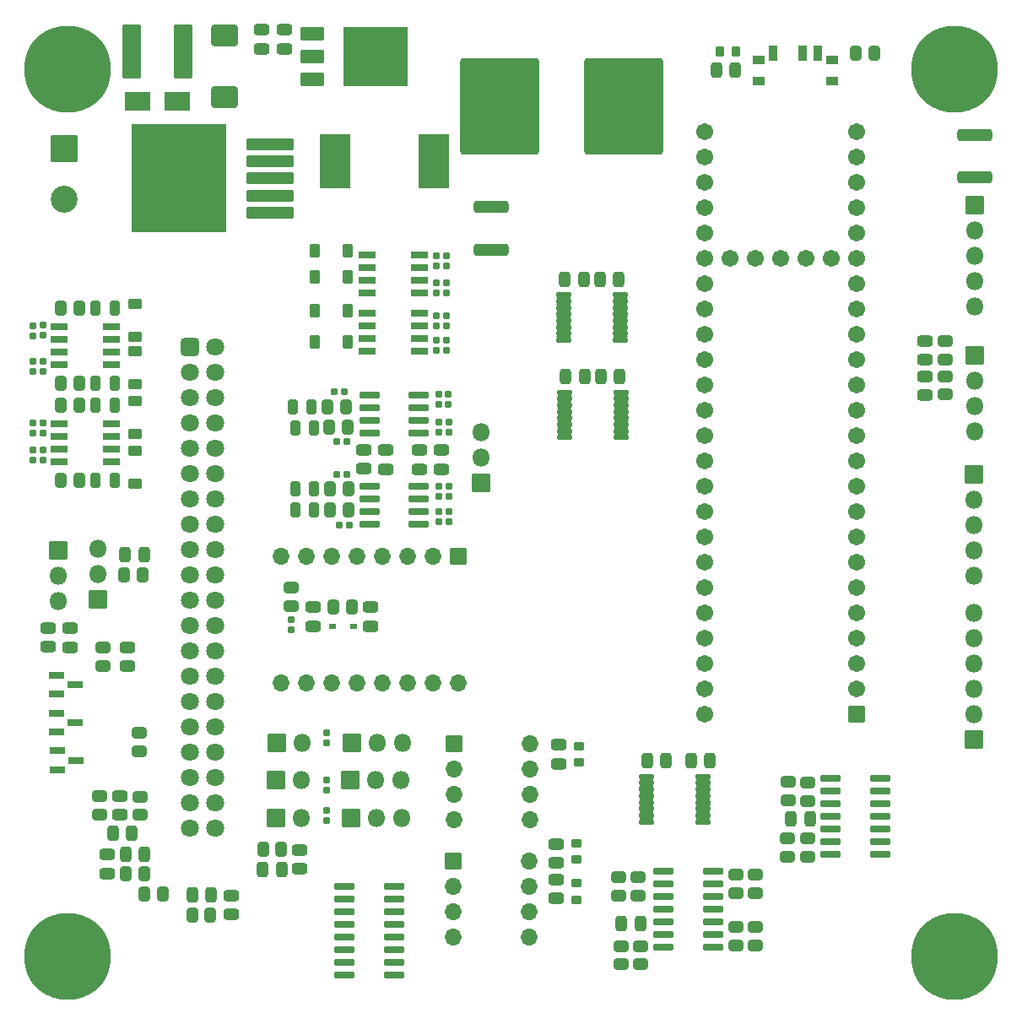
<source format=gts>
G04 #@! TF.GenerationSoftware,KiCad,Pcbnew,(6.0.10)*
G04 #@! TF.CreationDate,2023-01-07T19:39:58+01:00*
G04 #@! TF.ProjectId,perfectV2.1v0,70657266-6563-4745-9632-2e3176302e6b,6*
G04 #@! TF.SameCoordinates,Original*
G04 #@! TF.FileFunction,Soldermask,Top*
G04 #@! TF.FilePolarity,Negative*
%FSLAX46Y46*%
G04 Gerber Fmt 4.6, Leading zero omitted, Abs format (unit mm)*
G04 Created by KiCad (PCBNEW (6.0.10)) date 2023-01-07 19:39:58*
%MOMM*%
%LPD*%
G01*
G04 APERTURE LIST*
G04 Aperture macros list*
%AMRoundRect*
0 Rectangle with rounded corners*
0 $1 Rounding radius*
0 $2 $3 $4 $5 $6 $7 $8 $9 X,Y pos of 4 corners*
0 Add a 4 corners polygon primitive as box body*
4,1,4,$2,$3,$4,$5,$6,$7,$8,$9,$2,$3,0*
0 Add four circle primitives for the rounded corners*
1,1,$1+$1,$2,$3*
1,1,$1+$1,$4,$5*
1,1,$1+$1,$6,$7*
1,1,$1+$1,$8,$9*
0 Add four rect primitives between the rounded corners*
20,1,$1+$1,$2,$3,$4,$5,0*
20,1,$1+$1,$4,$5,$6,$7,0*
20,1,$1+$1,$6,$7,$8,$9,0*
20,1,$1+$1,$8,$9,$2,$3,0*%
G04 Aperture macros list end*
%ADD10RoundRect,0.294750X0.243750X0.456250X-0.243750X0.456250X-0.243750X-0.456250X0.243750X-0.456250X0*%
%ADD11RoundRect,0.301000X-0.475000X0.250000X-0.475000X-0.250000X0.475000X-0.250000X0.475000X0.250000X0*%
%ADD12RoundRect,0.051000X-1.100000X-0.600000X1.100000X-0.600000X1.100000X0.600000X-1.100000X0.600000X0*%
%ADD13RoundRect,0.051000X-3.200000X-2.900000X3.200000X-2.900000X3.200000X2.900000X-3.200000X2.900000X0*%
%ADD14RoundRect,0.051000X0.850000X-0.850000X0.850000X0.850000X-0.850000X0.850000X-0.850000X-0.850000X0*%
%ADD15O,1.802000X1.802000*%
%ADD16RoundRect,0.051000X-0.450000X-0.600000X0.450000X-0.600000X0.450000X0.600000X-0.450000X0.600000X0*%
%ADD17RoundRect,0.186000X-0.185000X0.135000X-0.185000X-0.135000X0.185000X-0.135000X0.185000X0.135000X0*%
%ADD18RoundRect,0.051000X0.800000X-0.800000X0.800000X0.800000X-0.800000X0.800000X-0.800000X-0.800000X0*%
%ADD19C,1.702000*%
%ADD20RoundRect,0.201000X0.825000X0.150000X-0.825000X0.150000X-0.825000X-0.150000X0.825000X-0.150000X0*%
%ADD21RoundRect,0.301000X0.475000X-0.250000X0.475000X0.250000X-0.475000X0.250000X-0.475000X-0.250000X0*%
%ADD22RoundRect,0.301000X0.262500X0.450000X-0.262500X0.450000X-0.262500X-0.450000X0.262500X-0.450000X0*%
%ADD23RoundRect,0.051000X-1.300000X1.300000X-1.300000X-1.300000X1.300000X-1.300000X1.300000X1.300000X0*%
%ADD24C,2.702000*%
%ADD25RoundRect,0.294750X-0.243750X-0.456250X0.243750X-0.456250X0.243750X0.456250X-0.243750X0.456250X0*%
%ADD26RoundRect,0.151000X-0.637500X-0.100000X0.637500X-0.100000X0.637500X0.100000X-0.637500X0.100000X0*%
%ADD27RoundRect,0.051000X0.300000X0.225000X-0.300000X0.225000X-0.300000X-0.225000X0.300000X-0.225000X0*%
%ADD28RoundRect,0.186000X0.185000X-0.135000X0.185000X0.135000X-0.185000X0.135000X-0.185000X-0.135000X0*%
%ADD29RoundRect,0.051000X0.850000X0.850000X-0.850000X0.850000X-0.850000X-0.850000X0.850000X-0.850000X0*%
%ADD30RoundRect,0.251000X-0.275000X0.200000X-0.275000X-0.200000X0.275000X-0.200000X0.275000X0.200000X0*%
%ADD31RoundRect,0.301000X0.450000X-0.262500X0.450000X0.262500X-0.450000X0.262500X-0.450000X-0.262500X0*%
%ADD32RoundRect,0.201000X-0.825000X-0.150000X0.825000X-0.150000X0.825000X0.150000X-0.825000X0.150000X0*%
%ADD33RoundRect,0.301000X-0.650000X-2.450000X0.650000X-2.450000X0.650000X2.450000X-0.650000X2.450000X0*%
%ADD34RoundRect,0.301000X-0.450000X0.262500X-0.450000X-0.262500X0.450000X-0.262500X0.450000X0.262500X0*%
%ADD35RoundRect,0.201000X-0.675000X-0.150000X0.675000X-0.150000X0.675000X0.150000X-0.675000X0.150000X0*%
%ADD36RoundRect,0.301000X-0.250000X-0.475000X0.250000X-0.475000X0.250000X0.475000X-0.250000X0.475000X0*%
%ADD37RoundRect,0.251000X0.200000X0.275000X-0.200000X0.275000X-0.200000X-0.275000X0.200000X-0.275000X0*%
%ADD38RoundRect,0.051000X0.600000X-0.450000X0.600000X0.450000X-0.600000X0.450000X-0.600000X-0.450000X0*%
%ADD39RoundRect,0.186000X-0.135000X-0.185000X0.135000X-0.185000X0.135000X0.185000X-0.135000X0.185000X0*%
%ADD40RoundRect,0.051000X-0.800000X-0.800000X0.800000X-0.800000X0.800000X0.800000X-0.800000X0.800000X0*%
%ADD41O,1.702000X1.702000*%
%ADD42RoundRect,0.051000X-0.800000X0.800000X-0.800000X-0.800000X0.800000X-0.800000X0.800000X0.800000X0*%
%ADD43C,8.702000*%
%ADD44RoundRect,0.051000X-1.450000X-2.700000X1.450000X-2.700000X1.450000X2.700000X-1.450000X2.700000X0*%
%ADD45RoundRect,0.301000X-0.262500X-0.450000X0.262500X-0.450000X0.262500X0.450000X-0.262500X0.450000X0*%
%ADD46RoundRect,0.301000X0.250000X0.475000X-0.250000X0.475000X-0.250000X-0.475000X0.250000X-0.475000X0*%
%ADD47RoundRect,0.301000X-1.450000X0.312500X-1.450000X-0.312500X1.450000X-0.312500X1.450000X0.312500X0*%
%ADD48RoundRect,0.301000X1.025000X-0.787500X1.025000X0.787500X-1.025000X0.787500X-1.025000X-0.787500X0*%
%ADD49RoundRect,0.051000X1.250000X0.900000X-1.250000X0.900000X-1.250000X-0.900000X1.250000X-0.900000X0*%
%ADD50RoundRect,0.051000X-0.600000X0.450000X-0.600000X-0.450000X0.600000X-0.450000X0.600000X0.450000X0*%
%ADD51RoundRect,0.300998X-3.650002X-4.550002X3.650002X-4.550002X3.650002X4.550002X-3.650002X4.550002X0*%
%ADD52RoundRect,0.051000X2.300000X0.550000X-2.300000X0.550000X-2.300000X-0.550000X2.300000X-0.550000X0*%
%ADD53RoundRect,0.051000X4.700000X5.400000X-4.700000X5.400000X-4.700000X-5.400000X4.700000X-5.400000X0*%
%ADD54C,0.103000*%
%ADD55RoundRect,0.051000X-0.350000X-0.750000X0.350000X-0.750000X0.350000X0.750000X-0.350000X0.750000X0*%
%ADD56RoundRect,0.051000X0.500000X-0.400000X0.500000X0.400000X-0.500000X0.400000X-0.500000X-0.400000X0*%
%ADD57RoundRect,0.201000X-0.587500X-0.150000X0.587500X-0.150000X0.587500X0.150000X-0.587500X0.150000X0*%
%ADD58RoundRect,0.051000X-0.850000X-0.850000X0.850000X-0.850000X0.850000X0.850000X-0.850000X0.850000X0*%
%ADD59RoundRect,0.201000X0.675000X0.150000X-0.675000X0.150000X-0.675000X-0.150000X0.675000X-0.150000X0*%
%ADD60RoundRect,0.301000X-0.600000X-0.600000X0.600000X-0.600000X0.600000X0.600000X-0.600000X0.600000X0*%
%ADD61C,1.802000*%
%ADD62RoundRect,0.251000X0.275000X-0.200000X0.275000X0.200000X-0.275000X0.200000X-0.275000X-0.200000X0*%
%ADD63RoundRect,0.301000X1.450000X-0.312500X1.450000X0.312500X-1.450000X0.312500X-1.450000X-0.312500X0*%
G04 APERTURE END LIST*
D10*
X57687500Y-123500000D03*
X55812500Y-123500000D03*
D11*
X76250000Y-160600000D03*
X76250000Y-162500000D03*
D12*
X77550000Y-78720000D03*
X77550000Y-81000000D03*
X77550000Y-83280000D03*
D13*
X83850000Y-81000000D03*
D14*
X81475000Y-149850000D03*
D15*
X84015000Y-149850000D03*
X86555000Y-149850000D03*
D16*
X77800000Y-109600000D03*
X81100000Y-109600000D03*
D17*
X90238750Y-126645000D03*
X90238750Y-127665000D03*
D18*
X132120000Y-146975000D03*
D19*
X132120000Y-144435000D03*
X132120000Y-141895000D03*
X132120000Y-139355000D03*
X132120000Y-136815000D03*
X132120000Y-134275000D03*
X132120000Y-131735000D03*
X132120000Y-129195000D03*
X132120000Y-126655000D03*
X132120000Y-124115000D03*
X132120000Y-121575000D03*
X132120000Y-119035000D03*
X132120000Y-116495000D03*
X132120000Y-113955000D03*
X132120000Y-111415000D03*
X132120000Y-108875000D03*
X132120000Y-106335000D03*
X132120000Y-103795000D03*
X132120000Y-101255000D03*
X132120000Y-98715000D03*
X132120000Y-96175000D03*
X132120000Y-93635000D03*
X132120000Y-91095000D03*
X132120000Y-88555000D03*
X116880000Y-88555000D03*
X116880000Y-91095000D03*
X116880000Y-93635000D03*
X116880000Y-96175000D03*
X116880000Y-98715000D03*
X116880000Y-101255000D03*
X116880000Y-103795000D03*
X116880000Y-106335000D03*
X116880000Y-108875000D03*
X116880000Y-111415000D03*
X116880000Y-113955000D03*
X116880000Y-116495000D03*
X116880000Y-119035000D03*
X116880000Y-121575000D03*
X116880000Y-124115000D03*
X116880000Y-126655000D03*
X116880000Y-129195000D03*
X116880000Y-131735000D03*
X116880000Y-134275000D03*
X116880000Y-136815000D03*
X116880000Y-139355000D03*
X116880000Y-141895000D03*
X116880000Y-144435000D03*
X116880000Y-146975000D03*
X129580000Y-101255000D03*
X127040000Y-101255000D03*
X124500000Y-101255000D03*
X121960000Y-101255000D03*
X119420000Y-101255000D03*
D20*
X88213750Y-118760000D03*
X88213750Y-117490000D03*
X88213750Y-116220000D03*
X88213750Y-114950000D03*
X83263750Y-114950000D03*
X83263750Y-116220000D03*
X83263750Y-117490000D03*
X83263750Y-118760000D03*
D21*
X51000000Y-140200000D03*
X51000000Y-138300000D03*
D14*
X73920000Y-153600000D03*
D15*
X76460000Y-153600000D03*
D22*
X54162500Y-123500000D03*
X52337500Y-123500000D03*
D23*
X52645000Y-90250000D03*
D24*
X52645000Y-95330000D03*
D25*
X75801250Y-118300000D03*
X77676250Y-118300000D03*
D26*
X102737500Y-104925000D03*
X102737500Y-105575000D03*
X102737500Y-106225000D03*
X102737500Y-106875000D03*
X102737500Y-107525000D03*
X102737500Y-108175000D03*
X102737500Y-108825000D03*
X102737500Y-109475000D03*
X108462500Y-109475000D03*
X108462500Y-108825000D03*
X108462500Y-108175000D03*
X108462500Y-107525000D03*
X108462500Y-106875000D03*
X108462500Y-106225000D03*
X108462500Y-105575000D03*
X108462500Y-104925000D03*
D27*
X81650000Y-138200000D03*
X79550000Y-138200000D03*
D21*
X102250000Y-151950000D03*
X102250000Y-150050000D03*
D10*
X57687500Y-106250000D03*
X55812500Y-106250000D03*
D28*
X49500000Y-118760000D03*
X49500000Y-117740000D03*
D29*
X143900000Y-149550000D03*
D15*
X143900000Y-147010000D03*
X143900000Y-144470000D03*
X143900000Y-141930000D03*
X143900000Y-139390000D03*
X143900000Y-136850000D03*
D30*
X104250000Y-150175000D03*
X104250000Y-151825000D03*
D22*
X80901250Y-116155000D03*
X79076250Y-116155000D03*
D31*
X110500000Y-172075000D03*
X110500000Y-170250000D03*
D32*
X112775000Y-162690000D03*
X112775000Y-163960000D03*
X112775000Y-165230000D03*
X112775000Y-166500000D03*
X112775000Y-167770000D03*
X112775000Y-169040000D03*
X112775000Y-170310000D03*
X117725000Y-170310000D03*
X117725000Y-169040000D03*
X117725000Y-167770000D03*
X117725000Y-166500000D03*
X117725000Y-165230000D03*
X117725000Y-163960000D03*
X117725000Y-162690000D03*
D28*
X90238750Y-125165000D03*
X90238750Y-124145000D03*
D22*
X81151250Y-126525000D03*
X79326250Y-126525000D03*
D33*
X59450000Y-80500000D03*
X64550000Y-80500000D03*
D34*
X120000000Y-163087500D03*
X120000000Y-164912500D03*
X127250000Y-153837500D03*
X127250000Y-155662500D03*
D31*
X60250000Y-157062500D03*
X60250000Y-155237500D03*
D35*
X52125000Y-108095000D03*
X52125000Y-109365000D03*
X52125000Y-110635000D03*
X52125000Y-111905000D03*
X57375000Y-111905000D03*
X57375000Y-110635000D03*
X57375000Y-109365000D03*
X57375000Y-108095000D03*
D36*
X58750000Y-131000000D03*
X60650000Y-131000000D03*
D11*
X83400000Y-136250000D03*
X83400000Y-138150000D03*
D37*
X120050000Y-80500000D03*
X118400000Y-80500000D03*
D36*
X72550000Y-162550000D03*
X74450000Y-162550000D03*
D14*
X73915000Y-157350000D03*
D15*
X76455000Y-157350000D03*
D38*
X59750000Y-109150000D03*
X59750000Y-105850000D03*
D28*
X49500000Y-109010000D03*
X49500000Y-107990000D03*
X91238750Y-118665000D03*
X91238750Y-117645000D03*
D17*
X90238750Y-117645000D03*
X90238750Y-118665000D03*
D28*
X91000000Y-102010000D03*
X91000000Y-100990000D03*
D34*
X122000000Y-168337500D03*
X122000000Y-170162500D03*
D39*
X79978750Y-119655000D03*
X80998750Y-119655000D03*
D32*
X80775000Y-164255000D03*
X80775000Y-165525000D03*
X80775000Y-166795000D03*
X80775000Y-168065000D03*
X80775000Y-169335000D03*
X80775000Y-170605000D03*
X80775000Y-171875000D03*
X80775000Y-173145000D03*
X85725000Y-173145000D03*
X85725000Y-171875000D03*
X85725000Y-170605000D03*
X85725000Y-169335000D03*
X85725000Y-168065000D03*
X85725000Y-166795000D03*
X85725000Y-165525000D03*
X85725000Y-164255000D03*
D22*
X54162500Y-116000000D03*
X52337500Y-116000000D03*
D28*
X91000000Y-108000000D03*
X91000000Y-106980000D03*
D40*
X91750000Y-149950000D03*
D41*
X91750000Y-152490000D03*
X91750000Y-155030000D03*
X91750000Y-157570000D03*
X99370000Y-157570000D03*
X99370000Y-155030000D03*
X99370000Y-152490000D03*
X99370000Y-149950000D03*
D28*
X91238750Y-125165000D03*
X91238750Y-124145000D03*
X90200000Y-115910000D03*
X90200000Y-114890000D03*
D42*
X92140000Y-131160000D03*
D41*
X89600000Y-131160000D03*
X87060000Y-131160000D03*
X84520000Y-131160000D03*
X81980000Y-131160000D03*
X79440000Y-131160000D03*
X76900000Y-131160000D03*
X74360000Y-131160000D03*
X74360000Y-143860000D03*
X76900000Y-143860000D03*
X79440000Y-143860000D03*
X81980000Y-143860000D03*
X84520000Y-143860000D03*
X87060000Y-143860000D03*
X89600000Y-143860000D03*
X92140000Y-143860000D03*
D10*
X57687500Y-113750000D03*
X55812500Y-113750000D03*
D28*
X78975000Y-149860000D03*
X78975000Y-148840000D03*
D25*
X75801250Y-124405000D03*
X77676250Y-124405000D03*
D22*
X74412500Y-160550000D03*
X72587500Y-160550000D03*
D28*
X91000000Y-104760000D03*
X91000000Y-103740000D03*
D29*
X56000000Y-135500000D03*
D15*
X56000000Y-132960000D03*
X56000000Y-130420000D03*
D28*
X91200000Y-115910000D03*
X91200000Y-114890000D03*
D43*
X53000000Y-171250000D03*
D44*
X79842500Y-91500000D03*
X89742500Y-91500000D03*
D45*
X132087500Y-80700000D03*
X133912500Y-80700000D03*
D17*
X50500000Y-111590000D03*
X50500000Y-112610000D03*
D21*
X82688750Y-122355000D03*
X82688750Y-120455000D03*
D38*
X59750000Y-118900000D03*
X59750000Y-115600000D03*
D16*
X77800000Y-103100000D03*
X81100000Y-103100000D03*
D22*
X81512500Y-136200000D03*
X79687500Y-136200000D03*
D40*
X91650000Y-161700000D03*
D41*
X91650000Y-164240000D03*
X91650000Y-166780000D03*
X91650000Y-169320000D03*
X99270000Y-169320000D03*
X99270000Y-166780000D03*
X99270000Y-164240000D03*
X99270000Y-161700000D03*
D46*
X127450000Y-157500000D03*
X125550000Y-157500000D03*
D17*
X49500000Y-111590000D03*
X49500000Y-112610000D03*
D47*
X144000000Y-88862500D03*
X144000000Y-93137500D03*
D31*
X120000000Y-170162500D03*
X120000000Y-168337500D03*
D17*
X50500000Y-117730000D03*
X50500000Y-118750000D03*
D36*
X111150000Y-151600000D03*
X113050000Y-151600000D03*
D20*
X88213750Y-127960000D03*
X88213750Y-126690000D03*
X88213750Y-125420000D03*
X88213750Y-124150000D03*
X83263750Y-124150000D03*
X83263750Y-125420000D03*
X83263750Y-126690000D03*
X83263750Y-127960000D03*
D14*
X81365000Y-153600000D03*
D15*
X83905000Y-153600000D03*
X86445000Y-153600000D03*
D48*
X68705000Y-85112500D03*
X68705000Y-78887500D03*
D17*
X50500000Y-107980000D03*
X50500000Y-109000000D03*
D25*
X75551250Y-116155000D03*
X77426250Y-116155000D03*
D49*
X64000000Y-85500000D03*
X60000000Y-85500000D03*
D31*
X56500000Y-142112500D03*
X56500000Y-140287500D03*
D46*
X59450000Y-158900000D03*
X57550000Y-158900000D03*
D45*
X58837500Y-163000000D03*
X60662500Y-163000000D03*
D43*
X142000000Y-82250000D03*
D31*
X108250000Y-165162500D03*
X108250000Y-163337500D03*
D34*
X125200000Y-159425000D03*
X125200000Y-161250000D03*
D21*
X84888750Y-122405000D03*
X84888750Y-120505000D03*
D17*
X90000000Y-109480000D03*
X90000000Y-110500000D03*
D50*
X59750000Y-120600000D03*
X59750000Y-123900000D03*
D39*
X79728750Y-114655000D03*
X80748750Y-114655000D03*
D28*
X90000000Y-102010000D03*
X90000000Y-100990000D03*
D34*
X110250000Y-163337500D03*
X110250000Y-165162500D03*
D11*
X88288750Y-120505000D03*
X88288750Y-122405000D03*
D21*
X69400000Y-167050000D03*
X69400000Y-165150000D03*
D22*
X54162500Y-113750000D03*
X52337500Y-113750000D03*
D31*
X122000000Y-164912500D03*
X122000000Y-163087500D03*
D11*
X77600000Y-136250000D03*
X77600000Y-138150000D03*
D22*
X81151250Y-124405000D03*
X79326250Y-124405000D03*
D21*
X74705000Y-80250000D03*
X74705000Y-78350000D03*
D11*
X102000000Y-163550000D03*
X102000000Y-165450000D03*
D51*
X96292500Y-86000000D03*
X108792500Y-86000000D03*
D11*
X58200000Y-155150000D03*
X58200000Y-157050000D03*
D28*
X91238750Y-127665000D03*
X91238750Y-126645000D03*
X75400000Y-138510000D03*
X75400000Y-137490000D03*
D46*
X117450000Y-151600000D03*
X115550000Y-151600000D03*
D31*
X60200000Y-150662500D03*
X60200000Y-148837500D03*
D46*
X119950000Y-82400000D03*
X118050000Y-82400000D03*
D16*
X77800000Y-106500000D03*
X81100000Y-106500000D03*
D34*
X141000000Y-113087500D03*
X141000000Y-114912500D03*
D36*
X102877500Y-103350000D03*
X104777500Y-103350000D03*
D21*
X57000000Y-162950000D03*
X57000000Y-161050000D03*
D52*
X73275000Y-96650000D03*
X73275000Y-94950000D03*
X73275000Y-93250000D03*
X73275000Y-91550000D03*
X73275000Y-89850000D03*
D53*
X64125000Y-93250000D03*
D54*
X127500000Y-82400000D03*
X124500000Y-82400000D03*
D55*
X123750000Y-80650000D03*
X126750000Y-80650000D03*
X128250000Y-80650000D03*
D56*
X122350000Y-81350000D03*
X122350000Y-83450000D03*
X129650000Y-83450000D03*
X129650000Y-81350000D03*
D34*
X108500000Y-170250000D03*
X108500000Y-172075000D03*
D30*
X104000000Y-159925000D03*
X104000000Y-161575000D03*
D57*
X51925000Y-150650000D03*
X51925000Y-152550000D03*
X53800000Y-151600000D03*
D36*
X65500000Y-165100000D03*
X67400000Y-165100000D03*
D58*
X144000000Y-95925000D03*
D15*
X144000000Y-98465000D03*
X144000000Y-101005000D03*
X144000000Y-103545000D03*
X144000000Y-106085000D03*
D46*
X60700000Y-161000000D03*
X58800000Y-161000000D03*
D14*
X73950000Y-149850000D03*
D15*
X76490000Y-149850000D03*
D31*
X127200000Y-161250000D03*
X127200000Y-159425000D03*
D25*
X75801250Y-126525000D03*
X77676250Y-126525000D03*
D11*
X139000000Y-109550000D03*
X139000000Y-111450000D03*
D22*
X67312500Y-167100000D03*
X65487500Y-167100000D03*
D59*
X88325000Y-104705000D03*
X88325000Y-103435000D03*
X88325000Y-102165000D03*
X88325000Y-100895000D03*
X83075000Y-100895000D03*
X83075000Y-102165000D03*
X83075000Y-103435000D03*
X83075000Y-104705000D03*
D10*
X57687500Y-116000000D03*
X55812500Y-116000000D03*
D59*
X88325000Y-110555000D03*
X88325000Y-109285000D03*
X88325000Y-108015000D03*
X88325000Y-106745000D03*
X83075000Y-106745000D03*
X83075000Y-108015000D03*
X83075000Y-109285000D03*
X83075000Y-110555000D03*
D45*
X58687500Y-133000000D03*
X60512500Y-133000000D03*
D17*
X78945000Y-153590000D03*
X78945000Y-154610000D03*
D58*
X144000000Y-110960000D03*
D15*
X144000000Y-113500000D03*
X144000000Y-116040000D03*
X144000000Y-118580000D03*
D17*
X50500000Y-120490000D03*
X50500000Y-121510000D03*
D28*
X90000000Y-108010000D03*
X90000000Y-106990000D03*
D21*
X72455000Y-80250000D03*
X72455000Y-78350000D03*
D39*
X80228750Y-128025000D03*
X81248750Y-128025000D03*
D60*
X65247500Y-110120000D03*
D61*
X67787500Y-110120000D03*
X65247500Y-112660000D03*
X67787500Y-112660000D03*
X65247500Y-115200000D03*
X67787500Y-115200000D03*
X65247500Y-117740000D03*
X67787500Y-117740000D03*
X65247500Y-120280000D03*
X67787500Y-120280000D03*
X65247500Y-122820000D03*
X67787500Y-122820000D03*
X65247500Y-125360000D03*
X67787500Y-125360000D03*
X65247500Y-127900000D03*
X67787500Y-127900000D03*
X65247500Y-130440000D03*
X67787500Y-130440000D03*
X65247500Y-132980000D03*
X67787500Y-132980000D03*
X65247500Y-135520000D03*
X67787500Y-135520000D03*
X65247500Y-138060000D03*
X67787500Y-138060000D03*
X65247500Y-140600000D03*
X67787500Y-140600000D03*
X65247500Y-143140000D03*
X67787500Y-143140000D03*
X65247500Y-145680000D03*
X67787500Y-145680000D03*
X65247500Y-148220000D03*
X67787500Y-148220000D03*
X65247500Y-150760000D03*
X67787500Y-150760000D03*
X65247500Y-153300000D03*
X67787500Y-153300000D03*
X65247500Y-155840000D03*
X67787500Y-155840000D03*
X65247500Y-158380000D03*
X67787500Y-158380000D03*
D17*
X49500000Y-120490000D03*
X49500000Y-121510000D03*
D21*
X102000000Y-161900000D03*
X102000000Y-160000000D03*
D43*
X53000000Y-82250000D03*
D16*
X77800000Y-100500000D03*
X81100000Y-100500000D03*
D11*
X90488750Y-120505000D03*
X90488750Y-122405000D03*
D62*
X104000000Y-165575000D03*
X104000000Y-163925000D03*
D26*
X102810000Y-114695000D03*
X102810000Y-115345000D03*
X102810000Y-115995000D03*
X102810000Y-116645000D03*
X102810000Y-117295000D03*
X102810000Y-117945000D03*
X102810000Y-118595000D03*
X102810000Y-119245000D03*
X108535000Y-119245000D03*
X108535000Y-118595000D03*
X108535000Y-117945000D03*
X108535000Y-117295000D03*
X108535000Y-116645000D03*
X108535000Y-115995000D03*
X108535000Y-115345000D03*
X108535000Y-114695000D03*
D32*
X129525000Y-153440000D03*
X129525000Y-154710000D03*
X129525000Y-155980000D03*
X129525000Y-157250000D03*
X129525000Y-158520000D03*
X129525000Y-159790000D03*
X129525000Y-161060000D03*
X134475000Y-161060000D03*
X134475000Y-159790000D03*
X134475000Y-158520000D03*
X134475000Y-157250000D03*
X134475000Y-155980000D03*
X134475000Y-154710000D03*
X134475000Y-153440000D03*
D58*
X52025000Y-130525000D03*
D15*
X52025000Y-133065000D03*
X52025000Y-135605000D03*
D22*
X54162500Y-106250000D03*
X52337500Y-106250000D03*
D14*
X81400000Y-157350000D03*
D15*
X83940000Y-157350000D03*
X86480000Y-157350000D03*
D45*
X60687500Y-165000000D03*
X62512500Y-165000000D03*
D21*
X139000000Y-115000000D03*
X139000000Y-113100000D03*
D26*
X111037500Y-153225000D03*
X111037500Y-153875000D03*
X111037500Y-154525000D03*
X111037500Y-155175000D03*
X111037500Y-155825000D03*
X111037500Y-156475000D03*
X111037500Y-157125000D03*
X111037500Y-157775000D03*
X116762500Y-157775000D03*
X116762500Y-157125000D03*
X116762500Y-156475000D03*
X116762500Y-155825000D03*
X116762500Y-155175000D03*
X116762500Y-154525000D03*
X116762500Y-153875000D03*
X116762500Y-153225000D03*
D34*
X56200000Y-155187500D03*
X56200000Y-157012500D03*
D21*
X53250000Y-140250000D03*
X53250000Y-138350000D03*
D46*
X108277500Y-103350000D03*
X106377500Y-103350000D03*
D43*
X142000000Y-171250000D03*
D31*
X125250000Y-155612500D03*
X125250000Y-153787500D03*
D29*
X94488750Y-123780000D03*
D15*
X94488750Y-121240000D03*
X94488750Y-118700000D03*
D17*
X78940000Y-156590000D03*
X78940000Y-157610000D03*
D28*
X91000000Y-110510000D03*
X91000000Y-109490000D03*
D34*
X141000000Y-109587500D03*
X141000000Y-111412500D03*
D50*
X59750000Y-110600000D03*
X59750000Y-113900000D03*
D46*
X108350000Y-113100000D03*
X106450000Y-113100000D03*
D63*
X95500000Y-100387500D03*
X95500000Y-96112500D03*
D57*
X51862500Y-143050000D03*
X51862500Y-144950000D03*
X53737500Y-144000000D03*
D35*
X52125000Y-117845000D03*
X52125000Y-119115000D03*
X52125000Y-120385000D03*
X52125000Y-121655000D03*
X57375000Y-121655000D03*
X57375000Y-120385000D03*
X57375000Y-119115000D03*
X57375000Y-117845000D03*
D31*
X75400000Y-136112500D03*
X75400000Y-134287500D03*
D57*
X51862500Y-146850000D03*
X51862500Y-148750000D03*
X53737500Y-147800000D03*
D39*
X79978750Y-122905000D03*
X80998750Y-122905000D03*
D11*
X59000000Y-140250000D03*
X59000000Y-142150000D03*
D58*
X143900000Y-122925000D03*
D15*
X143900000Y-125465000D03*
X143900000Y-128005000D03*
X143900000Y-130545000D03*
X143900000Y-133085000D03*
D46*
X110450000Y-168000000D03*
X108550000Y-168000000D03*
D17*
X90000000Y-103740000D03*
X90000000Y-104760000D03*
D36*
X102950000Y-113100000D03*
X104850000Y-113100000D03*
D22*
X81051250Y-118155000D03*
X79226250Y-118155000D03*
G36*
X117477587Y-157352477D02*
G01*
X117477126Y-157353891D01*
X117437803Y-157400944D01*
X117429170Y-157469660D01*
X117459133Y-157532289D01*
X117467803Y-157539800D01*
X117468457Y-157541690D01*
X117467147Y-157543202D01*
X117465382Y-157542975D01*
X117457006Y-157537379D01*
X117399801Y-157526000D01*
X116125199Y-157526000D01*
X116067994Y-157537379D01*
X116050520Y-157549055D01*
X116048524Y-157549186D01*
X116047413Y-157547523D01*
X116047874Y-157546109D01*
X116087197Y-157499056D01*
X116095830Y-157430340D01*
X116065867Y-157367711D01*
X116057197Y-157360200D01*
X116056543Y-157358310D01*
X116057853Y-157356798D01*
X116059618Y-157357025D01*
X116067994Y-157362621D01*
X116125199Y-157374000D01*
X117399801Y-157374000D01*
X117457006Y-157362621D01*
X117474480Y-157350945D01*
X117476476Y-157350814D01*
X117477587Y-157352477D01*
G37*
G36*
X111752587Y-157352477D02*
G01*
X111752126Y-157353891D01*
X111712803Y-157400944D01*
X111704170Y-157469660D01*
X111734133Y-157532289D01*
X111742803Y-157539800D01*
X111743457Y-157541690D01*
X111742147Y-157543202D01*
X111740382Y-157542975D01*
X111732006Y-157537379D01*
X111674801Y-157526000D01*
X110400199Y-157526000D01*
X110342994Y-157537379D01*
X110325520Y-157549055D01*
X110323524Y-157549186D01*
X110322413Y-157547523D01*
X110322874Y-157546109D01*
X110362197Y-157499056D01*
X110370830Y-157430340D01*
X110340867Y-157367711D01*
X110332197Y-157360200D01*
X110331543Y-157358310D01*
X110332853Y-157356798D01*
X110334618Y-157357025D01*
X110342994Y-157362621D01*
X110400199Y-157374000D01*
X111674801Y-157374000D01*
X111732006Y-157362621D01*
X111749480Y-157350945D01*
X111751476Y-157350814D01*
X111752587Y-157352477D01*
G37*
G36*
X111752587Y-156702477D02*
G01*
X111752126Y-156703891D01*
X111712803Y-156750944D01*
X111704170Y-156819660D01*
X111734133Y-156882289D01*
X111742803Y-156889800D01*
X111743457Y-156891690D01*
X111742147Y-156893202D01*
X111740382Y-156892975D01*
X111732006Y-156887379D01*
X111674801Y-156876000D01*
X110400199Y-156876000D01*
X110342994Y-156887379D01*
X110325520Y-156899055D01*
X110323524Y-156899186D01*
X110322413Y-156897523D01*
X110322874Y-156896109D01*
X110362197Y-156849056D01*
X110370830Y-156780340D01*
X110340867Y-156717711D01*
X110332197Y-156710200D01*
X110331543Y-156708310D01*
X110332853Y-156706798D01*
X110334618Y-156707025D01*
X110342994Y-156712621D01*
X110400199Y-156724000D01*
X111674801Y-156724000D01*
X111732006Y-156712621D01*
X111749480Y-156700945D01*
X111751476Y-156700814D01*
X111752587Y-156702477D01*
G37*
G36*
X117477587Y-156702477D02*
G01*
X117477126Y-156703891D01*
X117437803Y-156750944D01*
X117429170Y-156819660D01*
X117459133Y-156882289D01*
X117467803Y-156889800D01*
X117468457Y-156891690D01*
X117467147Y-156893202D01*
X117465382Y-156892975D01*
X117457006Y-156887379D01*
X117399801Y-156876000D01*
X116125199Y-156876000D01*
X116067994Y-156887379D01*
X116050520Y-156899055D01*
X116048524Y-156899186D01*
X116047413Y-156897523D01*
X116047874Y-156896109D01*
X116087197Y-156849056D01*
X116095830Y-156780340D01*
X116065867Y-156717711D01*
X116057197Y-156710200D01*
X116056543Y-156708310D01*
X116057853Y-156706798D01*
X116059618Y-156707025D01*
X116067994Y-156712621D01*
X116125199Y-156724000D01*
X117399801Y-156724000D01*
X117457006Y-156712621D01*
X117474480Y-156700945D01*
X117476476Y-156700814D01*
X117477587Y-156702477D01*
G37*
G36*
X117477587Y-156052477D02*
G01*
X117477126Y-156053891D01*
X117437803Y-156100944D01*
X117429170Y-156169660D01*
X117459133Y-156232289D01*
X117467803Y-156239800D01*
X117468457Y-156241690D01*
X117467147Y-156243202D01*
X117465382Y-156242975D01*
X117457006Y-156237379D01*
X117399801Y-156226000D01*
X116125199Y-156226000D01*
X116067994Y-156237379D01*
X116050520Y-156249055D01*
X116048524Y-156249186D01*
X116047413Y-156247523D01*
X116047874Y-156246109D01*
X116087197Y-156199056D01*
X116095830Y-156130340D01*
X116065867Y-156067711D01*
X116057197Y-156060200D01*
X116056543Y-156058310D01*
X116057853Y-156056798D01*
X116059618Y-156057025D01*
X116067994Y-156062621D01*
X116125199Y-156074000D01*
X117399801Y-156074000D01*
X117457006Y-156062621D01*
X117474480Y-156050945D01*
X117476476Y-156050814D01*
X117477587Y-156052477D01*
G37*
G36*
X111752587Y-156052477D02*
G01*
X111752126Y-156053891D01*
X111712803Y-156100944D01*
X111704170Y-156169660D01*
X111734133Y-156232289D01*
X111742803Y-156239800D01*
X111743457Y-156241690D01*
X111742147Y-156243202D01*
X111740382Y-156242975D01*
X111732006Y-156237379D01*
X111674801Y-156226000D01*
X110400199Y-156226000D01*
X110342994Y-156237379D01*
X110325520Y-156249055D01*
X110323524Y-156249186D01*
X110322413Y-156247523D01*
X110322874Y-156246109D01*
X110362197Y-156199056D01*
X110370830Y-156130340D01*
X110340867Y-156067711D01*
X110332197Y-156060200D01*
X110331543Y-156058310D01*
X110332853Y-156056798D01*
X110334618Y-156057025D01*
X110342994Y-156062621D01*
X110400199Y-156074000D01*
X111674801Y-156074000D01*
X111732006Y-156062621D01*
X111749480Y-156050945D01*
X111751476Y-156050814D01*
X111752587Y-156052477D01*
G37*
G36*
X111752587Y-155402477D02*
G01*
X111752126Y-155403891D01*
X111712803Y-155450944D01*
X111704170Y-155519660D01*
X111734133Y-155582289D01*
X111742803Y-155589800D01*
X111743457Y-155591690D01*
X111742147Y-155593202D01*
X111740382Y-155592975D01*
X111732006Y-155587379D01*
X111674801Y-155576000D01*
X110400199Y-155576000D01*
X110342994Y-155587379D01*
X110325520Y-155599055D01*
X110323524Y-155599186D01*
X110322413Y-155597523D01*
X110322874Y-155596109D01*
X110362197Y-155549056D01*
X110370830Y-155480340D01*
X110340867Y-155417711D01*
X110332197Y-155410200D01*
X110331543Y-155408310D01*
X110332853Y-155406798D01*
X110334618Y-155407025D01*
X110342994Y-155412621D01*
X110400199Y-155424000D01*
X111674801Y-155424000D01*
X111732006Y-155412621D01*
X111749480Y-155400945D01*
X111751476Y-155400814D01*
X111752587Y-155402477D01*
G37*
G36*
X117477587Y-155402477D02*
G01*
X117477126Y-155403891D01*
X117437803Y-155450944D01*
X117429170Y-155519660D01*
X117459133Y-155582289D01*
X117467803Y-155589800D01*
X117468457Y-155591690D01*
X117467147Y-155593202D01*
X117465382Y-155592975D01*
X117457006Y-155587379D01*
X117399801Y-155576000D01*
X116125199Y-155576000D01*
X116067994Y-155587379D01*
X116050520Y-155599055D01*
X116048524Y-155599186D01*
X116047413Y-155597523D01*
X116047874Y-155596109D01*
X116087197Y-155549056D01*
X116095830Y-155480340D01*
X116065867Y-155417711D01*
X116057197Y-155410200D01*
X116056543Y-155408310D01*
X116057853Y-155406798D01*
X116059618Y-155407025D01*
X116067994Y-155412621D01*
X116125199Y-155424000D01*
X117399801Y-155424000D01*
X117457006Y-155412621D01*
X117474480Y-155400945D01*
X117476476Y-155400814D01*
X117477587Y-155402477D01*
G37*
G36*
X117477587Y-154752477D02*
G01*
X117477126Y-154753891D01*
X117437803Y-154800944D01*
X117429170Y-154869660D01*
X117459133Y-154932289D01*
X117467803Y-154939800D01*
X117468457Y-154941690D01*
X117467147Y-154943202D01*
X117465382Y-154942975D01*
X117457006Y-154937379D01*
X117399801Y-154926000D01*
X116125199Y-154926000D01*
X116067994Y-154937379D01*
X116050520Y-154949055D01*
X116048524Y-154949186D01*
X116047413Y-154947523D01*
X116047874Y-154946109D01*
X116087197Y-154899056D01*
X116095830Y-154830340D01*
X116065867Y-154767711D01*
X116057197Y-154760200D01*
X116056543Y-154758310D01*
X116057853Y-154756798D01*
X116059618Y-154757025D01*
X116067994Y-154762621D01*
X116125199Y-154774000D01*
X117399801Y-154774000D01*
X117457006Y-154762621D01*
X117474480Y-154750945D01*
X117476476Y-154750814D01*
X117477587Y-154752477D01*
G37*
G36*
X111752587Y-154752477D02*
G01*
X111752126Y-154753891D01*
X111712803Y-154800944D01*
X111704170Y-154869660D01*
X111734133Y-154932289D01*
X111742803Y-154939800D01*
X111743457Y-154941690D01*
X111742147Y-154943202D01*
X111740382Y-154942975D01*
X111732006Y-154937379D01*
X111674801Y-154926000D01*
X110400199Y-154926000D01*
X110342994Y-154937379D01*
X110325520Y-154949055D01*
X110323524Y-154949186D01*
X110322413Y-154947523D01*
X110322874Y-154946109D01*
X110362197Y-154899056D01*
X110370830Y-154830340D01*
X110340867Y-154767711D01*
X110332197Y-154760200D01*
X110331543Y-154758310D01*
X110332853Y-154756798D01*
X110334618Y-154757025D01*
X110342994Y-154762621D01*
X110400199Y-154774000D01*
X111674801Y-154774000D01*
X111732006Y-154762621D01*
X111749480Y-154750945D01*
X111751476Y-154750814D01*
X111752587Y-154752477D01*
G37*
G36*
X111752587Y-154102477D02*
G01*
X111752126Y-154103891D01*
X111712803Y-154150944D01*
X111704170Y-154219660D01*
X111734133Y-154282289D01*
X111742803Y-154289800D01*
X111743457Y-154291690D01*
X111742147Y-154293202D01*
X111740382Y-154292975D01*
X111732006Y-154287379D01*
X111674801Y-154276000D01*
X110400199Y-154276000D01*
X110342994Y-154287379D01*
X110325520Y-154299055D01*
X110323524Y-154299186D01*
X110322413Y-154297523D01*
X110322874Y-154296109D01*
X110362197Y-154249056D01*
X110370830Y-154180340D01*
X110340867Y-154117711D01*
X110332197Y-154110200D01*
X110331543Y-154108310D01*
X110332853Y-154106798D01*
X110334618Y-154107025D01*
X110342994Y-154112621D01*
X110400199Y-154124000D01*
X111674801Y-154124000D01*
X111732006Y-154112621D01*
X111749480Y-154100945D01*
X111751476Y-154100814D01*
X111752587Y-154102477D01*
G37*
G36*
X117477587Y-154102477D02*
G01*
X117477126Y-154103891D01*
X117437803Y-154150944D01*
X117429170Y-154219660D01*
X117459133Y-154282289D01*
X117467803Y-154289800D01*
X117468457Y-154291690D01*
X117467147Y-154293202D01*
X117465382Y-154292975D01*
X117457006Y-154287379D01*
X117399801Y-154276000D01*
X116125199Y-154276000D01*
X116067994Y-154287379D01*
X116050520Y-154299055D01*
X116048524Y-154299186D01*
X116047413Y-154297523D01*
X116047874Y-154296109D01*
X116087197Y-154249056D01*
X116095830Y-154180340D01*
X116065867Y-154117711D01*
X116057197Y-154110200D01*
X116056543Y-154108310D01*
X116057853Y-154106798D01*
X116059618Y-154107025D01*
X116067994Y-154112621D01*
X116125199Y-154124000D01*
X117399801Y-154124000D01*
X117457006Y-154112621D01*
X117474480Y-154100945D01*
X117476476Y-154100814D01*
X117477587Y-154102477D01*
G37*
G36*
X117477587Y-153452477D02*
G01*
X117477126Y-153453891D01*
X117437803Y-153500944D01*
X117429170Y-153569660D01*
X117459133Y-153632289D01*
X117467803Y-153639800D01*
X117468457Y-153641690D01*
X117467147Y-153643202D01*
X117465382Y-153642975D01*
X117457006Y-153637379D01*
X117399801Y-153626000D01*
X116125199Y-153626000D01*
X116067994Y-153637379D01*
X116050520Y-153649055D01*
X116048524Y-153649186D01*
X116047413Y-153647523D01*
X116047874Y-153646109D01*
X116087197Y-153599056D01*
X116095830Y-153530340D01*
X116065867Y-153467711D01*
X116057197Y-153460200D01*
X116056543Y-153458310D01*
X116057853Y-153456798D01*
X116059618Y-153457025D01*
X116067994Y-153462621D01*
X116125199Y-153474000D01*
X117399801Y-153474000D01*
X117457006Y-153462621D01*
X117474480Y-153450945D01*
X117476476Y-153450814D01*
X117477587Y-153452477D01*
G37*
G36*
X111752587Y-153452477D02*
G01*
X111752126Y-153453891D01*
X111712803Y-153500944D01*
X111704170Y-153569660D01*
X111734133Y-153632289D01*
X111742803Y-153639800D01*
X111743457Y-153641690D01*
X111742147Y-153643202D01*
X111740382Y-153642975D01*
X111732006Y-153637379D01*
X111674801Y-153626000D01*
X110400199Y-153626000D01*
X110342994Y-153637379D01*
X110325520Y-153649055D01*
X110323524Y-153649186D01*
X110322413Y-153647523D01*
X110322874Y-153646109D01*
X110362197Y-153599056D01*
X110370830Y-153530340D01*
X110340867Y-153467711D01*
X110332197Y-153460200D01*
X110331543Y-153458310D01*
X110332853Y-153456798D01*
X110334618Y-153457025D01*
X110342994Y-153462621D01*
X110400199Y-153474000D01*
X111674801Y-153474000D01*
X111732006Y-153462621D01*
X111749480Y-153450945D01*
X111751476Y-153450814D01*
X111752587Y-153452477D01*
G37*
G36*
X109250087Y-118822477D02*
G01*
X109249626Y-118823891D01*
X109210303Y-118870944D01*
X109201670Y-118939660D01*
X109231633Y-119002289D01*
X109240303Y-119009800D01*
X109240957Y-119011690D01*
X109239647Y-119013202D01*
X109237882Y-119012975D01*
X109229506Y-119007379D01*
X109172301Y-118996000D01*
X107897699Y-118996000D01*
X107840494Y-119007379D01*
X107823020Y-119019055D01*
X107821024Y-119019186D01*
X107819913Y-119017523D01*
X107820374Y-119016109D01*
X107859697Y-118969056D01*
X107868330Y-118900340D01*
X107838367Y-118837711D01*
X107829697Y-118830200D01*
X107829043Y-118828310D01*
X107830353Y-118826798D01*
X107832118Y-118827025D01*
X107840494Y-118832621D01*
X107897699Y-118844000D01*
X109172301Y-118844000D01*
X109229506Y-118832621D01*
X109246980Y-118820945D01*
X109248976Y-118820814D01*
X109250087Y-118822477D01*
G37*
G36*
X103525087Y-118822477D02*
G01*
X103524626Y-118823891D01*
X103485303Y-118870944D01*
X103476670Y-118939660D01*
X103506633Y-119002289D01*
X103515303Y-119009800D01*
X103515957Y-119011690D01*
X103514647Y-119013202D01*
X103512882Y-119012975D01*
X103504506Y-119007379D01*
X103447301Y-118996000D01*
X102172699Y-118996000D01*
X102115494Y-119007379D01*
X102098020Y-119019055D01*
X102096024Y-119019186D01*
X102094913Y-119017523D01*
X102095374Y-119016109D01*
X102134697Y-118969056D01*
X102143330Y-118900340D01*
X102113367Y-118837711D01*
X102104697Y-118830200D01*
X102104043Y-118828310D01*
X102105353Y-118826798D01*
X102107118Y-118827025D01*
X102115494Y-118832621D01*
X102172699Y-118844000D01*
X103447301Y-118844000D01*
X103504506Y-118832621D01*
X103521980Y-118820945D01*
X103523976Y-118820814D01*
X103525087Y-118822477D01*
G37*
G36*
X103525087Y-118172477D02*
G01*
X103524626Y-118173891D01*
X103485303Y-118220944D01*
X103476670Y-118289660D01*
X103506633Y-118352289D01*
X103515303Y-118359800D01*
X103515957Y-118361690D01*
X103514647Y-118363202D01*
X103512882Y-118362975D01*
X103504506Y-118357379D01*
X103447301Y-118346000D01*
X102172699Y-118346000D01*
X102115494Y-118357379D01*
X102098020Y-118369055D01*
X102096024Y-118369186D01*
X102094913Y-118367523D01*
X102095374Y-118366109D01*
X102134697Y-118319056D01*
X102143330Y-118250340D01*
X102113367Y-118187711D01*
X102104697Y-118180200D01*
X102104043Y-118178310D01*
X102105353Y-118176798D01*
X102107118Y-118177025D01*
X102115494Y-118182621D01*
X102172699Y-118194000D01*
X103447301Y-118194000D01*
X103504506Y-118182621D01*
X103521980Y-118170945D01*
X103523976Y-118170814D01*
X103525087Y-118172477D01*
G37*
G36*
X109250087Y-118172477D02*
G01*
X109249626Y-118173891D01*
X109210303Y-118220944D01*
X109201670Y-118289660D01*
X109231633Y-118352289D01*
X109240303Y-118359800D01*
X109240957Y-118361690D01*
X109239647Y-118363202D01*
X109237882Y-118362975D01*
X109229506Y-118357379D01*
X109172301Y-118346000D01*
X107897699Y-118346000D01*
X107840494Y-118357379D01*
X107823020Y-118369055D01*
X107821024Y-118369186D01*
X107819913Y-118367523D01*
X107820374Y-118366109D01*
X107859697Y-118319056D01*
X107868330Y-118250340D01*
X107838367Y-118187711D01*
X107829697Y-118180200D01*
X107829043Y-118178310D01*
X107830353Y-118176798D01*
X107832118Y-118177025D01*
X107840494Y-118182621D01*
X107897699Y-118194000D01*
X109172301Y-118194000D01*
X109229506Y-118182621D01*
X109246980Y-118170945D01*
X109248976Y-118170814D01*
X109250087Y-118172477D01*
G37*
G36*
X103525087Y-117522477D02*
G01*
X103524626Y-117523891D01*
X103485303Y-117570944D01*
X103476670Y-117639660D01*
X103506633Y-117702289D01*
X103515303Y-117709800D01*
X103515957Y-117711690D01*
X103514647Y-117713202D01*
X103512882Y-117712975D01*
X103504506Y-117707379D01*
X103447301Y-117696000D01*
X102172699Y-117696000D01*
X102115494Y-117707379D01*
X102098020Y-117719055D01*
X102096024Y-117719186D01*
X102094913Y-117717523D01*
X102095374Y-117716109D01*
X102134697Y-117669056D01*
X102143330Y-117600340D01*
X102113367Y-117537711D01*
X102104697Y-117530200D01*
X102104043Y-117528310D01*
X102105353Y-117526798D01*
X102107118Y-117527025D01*
X102115494Y-117532621D01*
X102172699Y-117544000D01*
X103447301Y-117544000D01*
X103504506Y-117532621D01*
X103521980Y-117520945D01*
X103523976Y-117520814D01*
X103525087Y-117522477D01*
G37*
G36*
X109250087Y-117522477D02*
G01*
X109249626Y-117523891D01*
X109210303Y-117570944D01*
X109201670Y-117639660D01*
X109231633Y-117702289D01*
X109240303Y-117709800D01*
X109240957Y-117711690D01*
X109239647Y-117713202D01*
X109237882Y-117712975D01*
X109229506Y-117707379D01*
X109172301Y-117696000D01*
X107897699Y-117696000D01*
X107840494Y-117707379D01*
X107823020Y-117719055D01*
X107821024Y-117719186D01*
X107819913Y-117717523D01*
X107820374Y-117716109D01*
X107859697Y-117669056D01*
X107868330Y-117600340D01*
X107838367Y-117537711D01*
X107829697Y-117530200D01*
X107829043Y-117528310D01*
X107830353Y-117526798D01*
X107832118Y-117527025D01*
X107840494Y-117532621D01*
X107897699Y-117544000D01*
X109172301Y-117544000D01*
X109229506Y-117532621D01*
X109246980Y-117520945D01*
X109248976Y-117520814D01*
X109250087Y-117522477D01*
G37*
G36*
X103525087Y-116872477D02*
G01*
X103524626Y-116873891D01*
X103485303Y-116920944D01*
X103476670Y-116989660D01*
X103506633Y-117052289D01*
X103515303Y-117059800D01*
X103515957Y-117061690D01*
X103514647Y-117063202D01*
X103512882Y-117062975D01*
X103504506Y-117057379D01*
X103447301Y-117046000D01*
X102172699Y-117046000D01*
X102115494Y-117057379D01*
X102098020Y-117069055D01*
X102096024Y-117069186D01*
X102094913Y-117067523D01*
X102095374Y-117066109D01*
X102134697Y-117019056D01*
X102143330Y-116950340D01*
X102113367Y-116887711D01*
X102104697Y-116880200D01*
X102104043Y-116878310D01*
X102105353Y-116876798D01*
X102107118Y-116877025D01*
X102115494Y-116882621D01*
X102172699Y-116894000D01*
X103447301Y-116894000D01*
X103504506Y-116882621D01*
X103521980Y-116870945D01*
X103523976Y-116870814D01*
X103525087Y-116872477D01*
G37*
G36*
X109250087Y-116872477D02*
G01*
X109249626Y-116873891D01*
X109210303Y-116920944D01*
X109201670Y-116989660D01*
X109231633Y-117052289D01*
X109240303Y-117059800D01*
X109240957Y-117061690D01*
X109239647Y-117063202D01*
X109237882Y-117062975D01*
X109229506Y-117057379D01*
X109172301Y-117046000D01*
X107897699Y-117046000D01*
X107840494Y-117057379D01*
X107823020Y-117069055D01*
X107821024Y-117069186D01*
X107819913Y-117067523D01*
X107820374Y-117066109D01*
X107859697Y-117019056D01*
X107868330Y-116950340D01*
X107838367Y-116887711D01*
X107829697Y-116880200D01*
X107829043Y-116878310D01*
X107830353Y-116876798D01*
X107832118Y-116877025D01*
X107840494Y-116882621D01*
X107897699Y-116894000D01*
X109172301Y-116894000D01*
X109229506Y-116882621D01*
X109246980Y-116870945D01*
X109248976Y-116870814D01*
X109250087Y-116872477D01*
G37*
G36*
X103525087Y-116222477D02*
G01*
X103524626Y-116223891D01*
X103485303Y-116270944D01*
X103476670Y-116339660D01*
X103506633Y-116402289D01*
X103515303Y-116409800D01*
X103515957Y-116411690D01*
X103514647Y-116413202D01*
X103512882Y-116412975D01*
X103504506Y-116407379D01*
X103447301Y-116396000D01*
X102172699Y-116396000D01*
X102115494Y-116407379D01*
X102098020Y-116419055D01*
X102096024Y-116419186D01*
X102094913Y-116417523D01*
X102095374Y-116416109D01*
X102134697Y-116369056D01*
X102143330Y-116300340D01*
X102113367Y-116237711D01*
X102104697Y-116230200D01*
X102104043Y-116228310D01*
X102105353Y-116226798D01*
X102107118Y-116227025D01*
X102115494Y-116232621D01*
X102172699Y-116244000D01*
X103447301Y-116244000D01*
X103504506Y-116232621D01*
X103521980Y-116220945D01*
X103523976Y-116220814D01*
X103525087Y-116222477D01*
G37*
G36*
X109250087Y-116222477D02*
G01*
X109249626Y-116223891D01*
X109210303Y-116270944D01*
X109201670Y-116339660D01*
X109231633Y-116402289D01*
X109240303Y-116409800D01*
X109240957Y-116411690D01*
X109239647Y-116413202D01*
X109237882Y-116412975D01*
X109229506Y-116407379D01*
X109172301Y-116396000D01*
X107897699Y-116396000D01*
X107840494Y-116407379D01*
X107823020Y-116419055D01*
X107821024Y-116419186D01*
X107819913Y-116417523D01*
X107820374Y-116416109D01*
X107859697Y-116369056D01*
X107868330Y-116300340D01*
X107838367Y-116237711D01*
X107829697Y-116230200D01*
X107829043Y-116228310D01*
X107830353Y-116226798D01*
X107832118Y-116227025D01*
X107840494Y-116232621D01*
X107897699Y-116244000D01*
X109172301Y-116244000D01*
X109229506Y-116232621D01*
X109246980Y-116220945D01*
X109248976Y-116220814D01*
X109250087Y-116222477D01*
G37*
G36*
X103525087Y-115572477D02*
G01*
X103524626Y-115573891D01*
X103485303Y-115620944D01*
X103476670Y-115689660D01*
X103506633Y-115752289D01*
X103515303Y-115759800D01*
X103515957Y-115761690D01*
X103514647Y-115763202D01*
X103512882Y-115762975D01*
X103504506Y-115757379D01*
X103447301Y-115746000D01*
X102172699Y-115746000D01*
X102115494Y-115757379D01*
X102098020Y-115769055D01*
X102096024Y-115769186D01*
X102094913Y-115767523D01*
X102095374Y-115766109D01*
X102134697Y-115719056D01*
X102143330Y-115650340D01*
X102113367Y-115587711D01*
X102104697Y-115580200D01*
X102104043Y-115578310D01*
X102105353Y-115576798D01*
X102107118Y-115577025D01*
X102115494Y-115582621D01*
X102172699Y-115594000D01*
X103447301Y-115594000D01*
X103504506Y-115582621D01*
X103521980Y-115570945D01*
X103523976Y-115570814D01*
X103525087Y-115572477D01*
G37*
G36*
X109250087Y-115572477D02*
G01*
X109249626Y-115573891D01*
X109210303Y-115620944D01*
X109201670Y-115689660D01*
X109231633Y-115752289D01*
X109240303Y-115759800D01*
X109240957Y-115761690D01*
X109239647Y-115763202D01*
X109237882Y-115762975D01*
X109229506Y-115757379D01*
X109172301Y-115746000D01*
X107897699Y-115746000D01*
X107840494Y-115757379D01*
X107823020Y-115769055D01*
X107821024Y-115769186D01*
X107819913Y-115767523D01*
X107820374Y-115766109D01*
X107859697Y-115719056D01*
X107868330Y-115650340D01*
X107838367Y-115587711D01*
X107829697Y-115580200D01*
X107829043Y-115578310D01*
X107830353Y-115576798D01*
X107832118Y-115577025D01*
X107840494Y-115582621D01*
X107897699Y-115594000D01*
X109172301Y-115594000D01*
X109229506Y-115582621D01*
X109246980Y-115570945D01*
X109248976Y-115570814D01*
X109250087Y-115572477D01*
G37*
G36*
X103525087Y-114922477D02*
G01*
X103524626Y-114923891D01*
X103485303Y-114970944D01*
X103476670Y-115039660D01*
X103506633Y-115102289D01*
X103515303Y-115109800D01*
X103515957Y-115111690D01*
X103514647Y-115113202D01*
X103512882Y-115112975D01*
X103504506Y-115107379D01*
X103447301Y-115096000D01*
X102172699Y-115096000D01*
X102115494Y-115107379D01*
X102098020Y-115119055D01*
X102096024Y-115119186D01*
X102094913Y-115117523D01*
X102095374Y-115116109D01*
X102134697Y-115069056D01*
X102143330Y-115000340D01*
X102113367Y-114937711D01*
X102104697Y-114930200D01*
X102104043Y-114928310D01*
X102105353Y-114926798D01*
X102107118Y-114927025D01*
X102115494Y-114932621D01*
X102172699Y-114944000D01*
X103447301Y-114944000D01*
X103504506Y-114932621D01*
X103521980Y-114920945D01*
X103523976Y-114920814D01*
X103525087Y-114922477D01*
G37*
G36*
X109250087Y-114922477D02*
G01*
X109249626Y-114923891D01*
X109210303Y-114970944D01*
X109201670Y-115039660D01*
X109231633Y-115102289D01*
X109240303Y-115109800D01*
X109240957Y-115111690D01*
X109239647Y-115113202D01*
X109237882Y-115112975D01*
X109229506Y-115107379D01*
X109172301Y-115096000D01*
X107897699Y-115096000D01*
X107840494Y-115107379D01*
X107823020Y-115119055D01*
X107821024Y-115119186D01*
X107819913Y-115117523D01*
X107820374Y-115116109D01*
X107859697Y-115069056D01*
X107868330Y-115000340D01*
X107838367Y-114937711D01*
X107829697Y-114930200D01*
X107829043Y-114928310D01*
X107830353Y-114926798D01*
X107832118Y-114927025D01*
X107840494Y-114932621D01*
X107897699Y-114944000D01*
X109172301Y-114944000D01*
X109229506Y-114932621D01*
X109246980Y-114920945D01*
X109248976Y-114920814D01*
X109250087Y-114922477D01*
G37*
G36*
X109177587Y-109052477D02*
G01*
X109177126Y-109053891D01*
X109137803Y-109100944D01*
X109129170Y-109169660D01*
X109159133Y-109232289D01*
X109167803Y-109239800D01*
X109168457Y-109241690D01*
X109167147Y-109243202D01*
X109165382Y-109242975D01*
X109157006Y-109237379D01*
X109099801Y-109226000D01*
X107825199Y-109226000D01*
X107767994Y-109237379D01*
X107750520Y-109249055D01*
X107748524Y-109249186D01*
X107747413Y-109247523D01*
X107747874Y-109246109D01*
X107787197Y-109199056D01*
X107795830Y-109130340D01*
X107765867Y-109067711D01*
X107757197Y-109060200D01*
X107756543Y-109058310D01*
X107757853Y-109056798D01*
X107759618Y-109057025D01*
X107767994Y-109062621D01*
X107825199Y-109074000D01*
X109099801Y-109074000D01*
X109157006Y-109062621D01*
X109174480Y-109050945D01*
X109176476Y-109050814D01*
X109177587Y-109052477D01*
G37*
G36*
X103452587Y-109052477D02*
G01*
X103452126Y-109053891D01*
X103412803Y-109100944D01*
X103404170Y-109169660D01*
X103434133Y-109232289D01*
X103442803Y-109239800D01*
X103443457Y-109241690D01*
X103442147Y-109243202D01*
X103440382Y-109242975D01*
X103432006Y-109237379D01*
X103374801Y-109226000D01*
X102100199Y-109226000D01*
X102042994Y-109237379D01*
X102025520Y-109249055D01*
X102023524Y-109249186D01*
X102022413Y-109247523D01*
X102022874Y-109246109D01*
X102062197Y-109199056D01*
X102070830Y-109130340D01*
X102040867Y-109067711D01*
X102032197Y-109060200D01*
X102031543Y-109058310D01*
X102032853Y-109056798D01*
X102034618Y-109057025D01*
X102042994Y-109062621D01*
X102100199Y-109074000D01*
X103374801Y-109074000D01*
X103432006Y-109062621D01*
X103449480Y-109050945D01*
X103451476Y-109050814D01*
X103452587Y-109052477D01*
G37*
G36*
X109177587Y-108402477D02*
G01*
X109177126Y-108403891D01*
X109137803Y-108450944D01*
X109129170Y-108519660D01*
X109159133Y-108582289D01*
X109167803Y-108589800D01*
X109168457Y-108591690D01*
X109167147Y-108593202D01*
X109165382Y-108592975D01*
X109157006Y-108587379D01*
X109099801Y-108576000D01*
X107825199Y-108576000D01*
X107767994Y-108587379D01*
X107750520Y-108599055D01*
X107748524Y-108599186D01*
X107747413Y-108597523D01*
X107747874Y-108596109D01*
X107787197Y-108549056D01*
X107795830Y-108480340D01*
X107765867Y-108417711D01*
X107757197Y-108410200D01*
X107756543Y-108408310D01*
X107757853Y-108406798D01*
X107759618Y-108407025D01*
X107767994Y-108412621D01*
X107825199Y-108424000D01*
X109099801Y-108424000D01*
X109157006Y-108412621D01*
X109174480Y-108400945D01*
X109176476Y-108400814D01*
X109177587Y-108402477D01*
G37*
G36*
X103452587Y-108402477D02*
G01*
X103452126Y-108403891D01*
X103412803Y-108450944D01*
X103404170Y-108519660D01*
X103434133Y-108582289D01*
X103442803Y-108589800D01*
X103443457Y-108591690D01*
X103442147Y-108593202D01*
X103440382Y-108592975D01*
X103432006Y-108587379D01*
X103374801Y-108576000D01*
X102100199Y-108576000D01*
X102042994Y-108587379D01*
X102025520Y-108599055D01*
X102023524Y-108599186D01*
X102022413Y-108597523D01*
X102022874Y-108596109D01*
X102062197Y-108549056D01*
X102070830Y-108480340D01*
X102040867Y-108417711D01*
X102032197Y-108410200D01*
X102031543Y-108408310D01*
X102032853Y-108406798D01*
X102034618Y-108407025D01*
X102042994Y-108412621D01*
X102100199Y-108424000D01*
X103374801Y-108424000D01*
X103432006Y-108412621D01*
X103449480Y-108400945D01*
X103451476Y-108400814D01*
X103452587Y-108402477D01*
G37*
G36*
X109177587Y-107752477D02*
G01*
X109177126Y-107753891D01*
X109137803Y-107800944D01*
X109129170Y-107869660D01*
X109159133Y-107932289D01*
X109167803Y-107939800D01*
X109168457Y-107941690D01*
X109167147Y-107943202D01*
X109165382Y-107942975D01*
X109157006Y-107937379D01*
X109099801Y-107926000D01*
X107825199Y-107926000D01*
X107767994Y-107937379D01*
X107750520Y-107949055D01*
X107748524Y-107949186D01*
X107747413Y-107947523D01*
X107747874Y-107946109D01*
X107787197Y-107899056D01*
X107795830Y-107830340D01*
X107765867Y-107767711D01*
X107757197Y-107760200D01*
X107756543Y-107758310D01*
X107757853Y-107756798D01*
X107759618Y-107757025D01*
X107767994Y-107762621D01*
X107825199Y-107774000D01*
X109099801Y-107774000D01*
X109157006Y-107762621D01*
X109174480Y-107750945D01*
X109176476Y-107750814D01*
X109177587Y-107752477D01*
G37*
G36*
X103452587Y-107752477D02*
G01*
X103452126Y-107753891D01*
X103412803Y-107800944D01*
X103404170Y-107869660D01*
X103434133Y-107932289D01*
X103442803Y-107939800D01*
X103443457Y-107941690D01*
X103442147Y-107943202D01*
X103440382Y-107942975D01*
X103432006Y-107937379D01*
X103374801Y-107926000D01*
X102100199Y-107926000D01*
X102042994Y-107937379D01*
X102025520Y-107949055D01*
X102023524Y-107949186D01*
X102022413Y-107947523D01*
X102022874Y-107946109D01*
X102062197Y-107899056D01*
X102070830Y-107830340D01*
X102040867Y-107767711D01*
X102032197Y-107760200D01*
X102031543Y-107758310D01*
X102032853Y-107756798D01*
X102034618Y-107757025D01*
X102042994Y-107762621D01*
X102100199Y-107774000D01*
X103374801Y-107774000D01*
X103432006Y-107762621D01*
X103449480Y-107750945D01*
X103451476Y-107750814D01*
X103452587Y-107752477D01*
G37*
G36*
X109177587Y-107102477D02*
G01*
X109177126Y-107103891D01*
X109137803Y-107150944D01*
X109129170Y-107219660D01*
X109159133Y-107282289D01*
X109167803Y-107289800D01*
X109168457Y-107291690D01*
X109167147Y-107293202D01*
X109165382Y-107292975D01*
X109157006Y-107287379D01*
X109099801Y-107276000D01*
X107825199Y-107276000D01*
X107767994Y-107287379D01*
X107750520Y-107299055D01*
X107748524Y-107299186D01*
X107747413Y-107297523D01*
X107747874Y-107296109D01*
X107787197Y-107249056D01*
X107795830Y-107180340D01*
X107765867Y-107117711D01*
X107757197Y-107110200D01*
X107756543Y-107108310D01*
X107757853Y-107106798D01*
X107759618Y-107107025D01*
X107767994Y-107112621D01*
X107825199Y-107124000D01*
X109099801Y-107124000D01*
X109157006Y-107112621D01*
X109174480Y-107100945D01*
X109176476Y-107100814D01*
X109177587Y-107102477D01*
G37*
G36*
X103452587Y-107102477D02*
G01*
X103452126Y-107103891D01*
X103412803Y-107150944D01*
X103404170Y-107219660D01*
X103434133Y-107282289D01*
X103442803Y-107289800D01*
X103443457Y-107291690D01*
X103442147Y-107293202D01*
X103440382Y-107292975D01*
X103432006Y-107287379D01*
X103374801Y-107276000D01*
X102100199Y-107276000D01*
X102042994Y-107287379D01*
X102025520Y-107299055D01*
X102023524Y-107299186D01*
X102022413Y-107297523D01*
X102022874Y-107296109D01*
X102062197Y-107249056D01*
X102070830Y-107180340D01*
X102040867Y-107117711D01*
X102032197Y-107110200D01*
X102031543Y-107108310D01*
X102032853Y-107106798D01*
X102034618Y-107107025D01*
X102042994Y-107112621D01*
X102100199Y-107124000D01*
X103374801Y-107124000D01*
X103432006Y-107112621D01*
X103449480Y-107100945D01*
X103451476Y-107100814D01*
X103452587Y-107102477D01*
G37*
G36*
X109177587Y-106452477D02*
G01*
X109177126Y-106453891D01*
X109137803Y-106500944D01*
X109129170Y-106569660D01*
X109159133Y-106632289D01*
X109167803Y-106639800D01*
X109168457Y-106641690D01*
X109167147Y-106643202D01*
X109165382Y-106642975D01*
X109157006Y-106637379D01*
X109099801Y-106626000D01*
X107825199Y-106626000D01*
X107767994Y-106637379D01*
X107750520Y-106649055D01*
X107748524Y-106649186D01*
X107747413Y-106647523D01*
X107747874Y-106646109D01*
X107787197Y-106599056D01*
X107795830Y-106530340D01*
X107765867Y-106467711D01*
X107757197Y-106460200D01*
X107756543Y-106458310D01*
X107757853Y-106456798D01*
X107759618Y-106457025D01*
X107767994Y-106462621D01*
X107825199Y-106474000D01*
X109099801Y-106474000D01*
X109157006Y-106462621D01*
X109174480Y-106450945D01*
X109176476Y-106450814D01*
X109177587Y-106452477D01*
G37*
G36*
X103452587Y-106452477D02*
G01*
X103452126Y-106453891D01*
X103412803Y-106500944D01*
X103404170Y-106569660D01*
X103434133Y-106632289D01*
X103442803Y-106639800D01*
X103443457Y-106641690D01*
X103442147Y-106643202D01*
X103440382Y-106642975D01*
X103432006Y-106637379D01*
X103374801Y-106626000D01*
X102100199Y-106626000D01*
X102042994Y-106637379D01*
X102025520Y-106649055D01*
X102023524Y-106649186D01*
X102022413Y-106647523D01*
X102022874Y-106646109D01*
X102062197Y-106599056D01*
X102070830Y-106530340D01*
X102040867Y-106467711D01*
X102032197Y-106460200D01*
X102031543Y-106458310D01*
X102032853Y-106456798D01*
X102034618Y-106457025D01*
X102042994Y-106462621D01*
X102100199Y-106474000D01*
X103374801Y-106474000D01*
X103432006Y-106462621D01*
X103449480Y-106450945D01*
X103451476Y-106450814D01*
X103452587Y-106452477D01*
G37*
G36*
X103452587Y-105802477D02*
G01*
X103452126Y-105803891D01*
X103412803Y-105850944D01*
X103404170Y-105919660D01*
X103434133Y-105982289D01*
X103442803Y-105989800D01*
X103443457Y-105991690D01*
X103442147Y-105993202D01*
X103440382Y-105992975D01*
X103432006Y-105987379D01*
X103374801Y-105976000D01*
X102100199Y-105976000D01*
X102042994Y-105987379D01*
X102025520Y-105999055D01*
X102023524Y-105999186D01*
X102022413Y-105997523D01*
X102022874Y-105996109D01*
X102062197Y-105949056D01*
X102070830Y-105880340D01*
X102040867Y-105817711D01*
X102032197Y-105810200D01*
X102031543Y-105808310D01*
X102032853Y-105806798D01*
X102034618Y-105807025D01*
X102042994Y-105812621D01*
X102100199Y-105824000D01*
X103374801Y-105824000D01*
X103432006Y-105812621D01*
X103449480Y-105800945D01*
X103451476Y-105800814D01*
X103452587Y-105802477D01*
G37*
G36*
X109177587Y-105802477D02*
G01*
X109177126Y-105803891D01*
X109137803Y-105850944D01*
X109129170Y-105919660D01*
X109159133Y-105982289D01*
X109167803Y-105989800D01*
X109168457Y-105991690D01*
X109167147Y-105993202D01*
X109165382Y-105992975D01*
X109157006Y-105987379D01*
X109099801Y-105976000D01*
X107825199Y-105976000D01*
X107767994Y-105987379D01*
X107750520Y-105999055D01*
X107748524Y-105999186D01*
X107747413Y-105997523D01*
X107747874Y-105996109D01*
X107787197Y-105949056D01*
X107795830Y-105880340D01*
X107765867Y-105817711D01*
X107757197Y-105810200D01*
X107756543Y-105808310D01*
X107757853Y-105806798D01*
X107759618Y-105807025D01*
X107767994Y-105812621D01*
X107825199Y-105824000D01*
X109099801Y-105824000D01*
X109157006Y-105812621D01*
X109174480Y-105800945D01*
X109176476Y-105800814D01*
X109177587Y-105802477D01*
G37*
G36*
X103452587Y-105152477D02*
G01*
X103452126Y-105153891D01*
X103412803Y-105200944D01*
X103404170Y-105269660D01*
X103434133Y-105332289D01*
X103442803Y-105339800D01*
X103443457Y-105341690D01*
X103442147Y-105343202D01*
X103440382Y-105342975D01*
X103432006Y-105337379D01*
X103374801Y-105326000D01*
X102100199Y-105326000D01*
X102042994Y-105337379D01*
X102025520Y-105349055D01*
X102023524Y-105349186D01*
X102022413Y-105347523D01*
X102022874Y-105346109D01*
X102062197Y-105299056D01*
X102070830Y-105230340D01*
X102040867Y-105167711D01*
X102032197Y-105160200D01*
X102031543Y-105158310D01*
X102032853Y-105156798D01*
X102034618Y-105157025D01*
X102042994Y-105162621D01*
X102100199Y-105174000D01*
X103374801Y-105174000D01*
X103432006Y-105162621D01*
X103449480Y-105150945D01*
X103451476Y-105150814D01*
X103452587Y-105152477D01*
G37*
G36*
X109177587Y-105152477D02*
G01*
X109177126Y-105153891D01*
X109137803Y-105200944D01*
X109129170Y-105269660D01*
X109159133Y-105332289D01*
X109167803Y-105339800D01*
X109168457Y-105341690D01*
X109167147Y-105343202D01*
X109165382Y-105342975D01*
X109157006Y-105337379D01*
X109099801Y-105326000D01*
X107825199Y-105326000D01*
X107767994Y-105337379D01*
X107750520Y-105349055D01*
X107748524Y-105349186D01*
X107747413Y-105347523D01*
X107747874Y-105346109D01*
X107787197Y-105299056D01*
X107795830Y-105230340D01*
X107765867Y-105167711D01*
X107757197Y-105160200D01*
X107756543Y-105158310D01*
X107757853Y-105156798D01*
X107759618Y-105157025D01*
X107767994Y-105162621D01*
X107825199Y-105174000D01*
X109099801Y-105174000D01*
X109157006Y-105162621D01*
X109174480Y-105150945D01*
X109176476Y-105150814D01*
X109177587Y-105152477D01*
G37*
M02*

</source>
